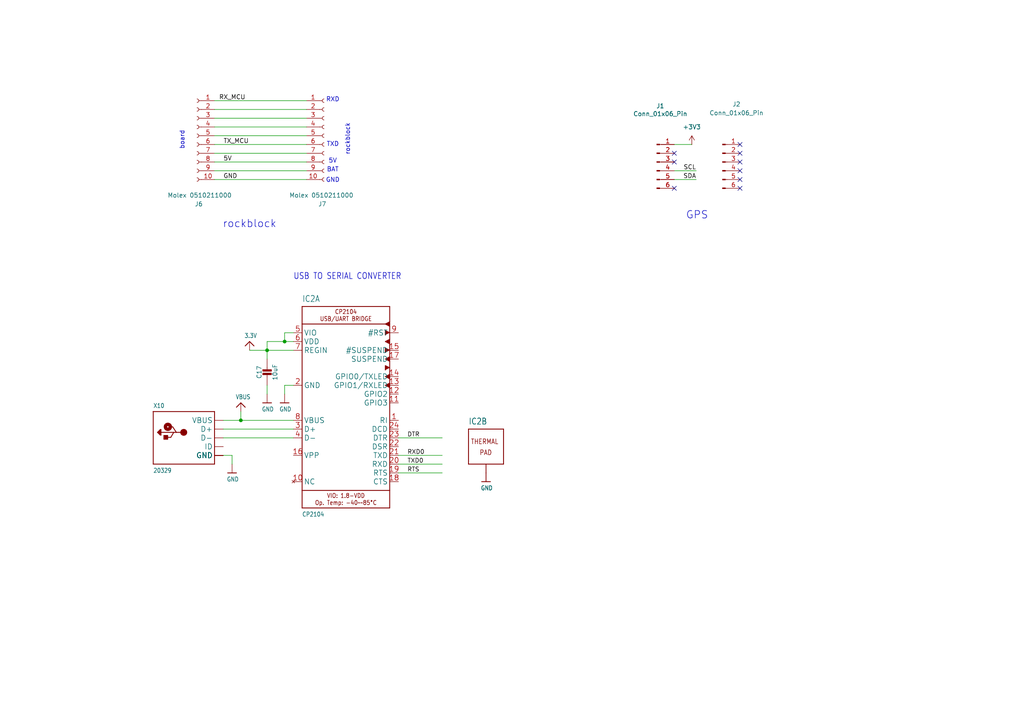
<source format=kicad_sch>
(kicad_sch (version 20250114) (generator "eeschema") (generator_version "9.0")
  (paper "A4")
  (lib_symbols
    (symbol "Adafruit HUZZAH32 ESP32 Feather-eagle-import:3.3V" (power)
      (symbol "3.3V_1_0"
        (polyline (pts (xy -1.27 -1.27) (xy 0 0)) (stroke (width 0.254)))
        (polyline (pts (xy 0 0) (xy 1.27 -1.27)) (stroke (width 0.254)))
        (pin power_in line (at 0 -2.54 90) (length 2.54) (name "3.3V") (number "1"))
      )
    )
    (symbol "Adafruit HUZZAH32 ESP32 Feather-eagle-import:CAP_CERAMIC0805-NOOUTLINE"
      (property "Reference" "C" (at -2.29 1.25 90))
      (symbol "CAP_CERAMIC0805-NOOUTLINE_1_0"
        (rectangle (start -1.27 1.524) (end 1.27 2.032) (fill (type outline)))
        (rectangle (start -1.27 0.508) (end 1.27 1.016) (fill (type outline)))
        (polyline (pts (xy 0 2.54) (xy 0 1.778)) (stroke (width 0.1524)))
        (polyline (pts (xy 0 0.762) (xy 0 0)) (stroke (width 0.1524)))
        (pin passive line (at 0 5.08 270) (length 2.54) (name "1") (number "1"))
        (pin passive line (at 0 -2.54 90) (length 2.54) (name "2") (number "2"))
      )
    )
    (symbol "Adafruit HUZZAH32 ESP32 Feather-eagle-import:CP2104"
      (property "Reference" "U" (at -5.08 6.35 0))
      (symbol "CP2104_1_0"
        (polyline (pts (xy -12.7 27.94) (xy 12.7 27.94)) (stroke (width 0.254)))
        (polyline (pts (xy -12.7 22.86) (xy -12.7 27.94)) (stroke (width 0.254)))
        (polyline (pts (xy -12.7 22.86) (xy 12.7 22.86)) (stroke (width 0.254)))
        (polyline (pts (xy -12.7 -25.4) (xy -12.7 22.86)) (stroke (width 0.254)))
        (polyline (pts (xy -12.7 -25.4) (xy -12.7 -30.48)) (stroke (width 0.254)))
        (polyline (pts (xy -12.7 -30.48) (xy 12.7 -30.48)) (stroke (width 0.254)))
        (polyline (pts (xy 11.43 19.685) (xy 11.43 20.955) (xy 12.7 20.32)) (stroke (width 0.254)) (fill (type outline)))
        (polyline (pts (xy 11.43 14.605) (xy 11.43 15.875) (xy 12.7 15.24)) (stroke (width 0.254)) (fill (type outline)))
        (polyline (pts (xy 11.43 9.525) (xy 11.43 10.795) (xy 12.7 10.16)) (stroke (width 0.254)) (fill (type outline)))
        (polyline (pts (xy 12.7 27.94) (xy 12.7 22.86)) (stroke (width 0.254)))
        (polyline (pts (xy 12.7 22.86) (xy 12.7 -25.4)) (stroke (width 0.254)))
        (polyline (pts (xy 12.7 22.225) (xy 11.43 22.86) (xy 12.7 23.495)) (stroke (width 0.254)) (fill (type outline)))
        (polyline (pts (xy 12.7 17.145) (xy 11.43 17.78) (xy 12.7 18.415)) (stroke (width 0.254)) (fill (type outline)))
        (polyline (pts (xy 12.7 12.065) (xy 11.43 12.7) (xy 12.7 13.335)) (stroke (width 0.254)) (fill (type outline)))
        (polyline (pts (xy 12.7 6.985) (xy 11.43 7.62) (xy 12.7 8.255)) (stroke (width 0.254)) (fill (type outline)))
        (polyline (pts (xy 12.7 4.445) (xy 11.43 5.08) (xy 12.7 5.715)) (stroke (width 0.254)) (fill (type outline)))
        (polyline (pts (xy 12.7 -25.4) (xy -12.7 -25.4)) (stroke (width 0.254)))
        (polyline (pts (xy 12.7 -30.48) (xy 12.7 -25.4)) (stroke (width 0.254)))
        (text "CP2104\nUSB/UART BRIDGE" (at 0 25.4 0) (effects (font (size 1.27 1.0795))))
        (text "VIO: 1.8-VDD\nOp. Temp: -40~~85°C" (at 0 -27.94 0) (effects (font (size 1.27 1.0795))))
        (pin power_in line (at -15.24 20.32 0) (length 2.54) (name "VIO") (number "5"))
        (pin power_in line (at -15.24 17.78 0) (length 2.54) (name "VDD") (number "6"))
        (pin power_in line (at -15.24 15.24 0) (length 2.54) (name "REGIN") (number "7"))
        (pin power_in line (at -15.24 5.08 0) (length 2.54) (name "GND") (number "2"))
        (pin power_in line (at -15.24 -5.08 0) (length 2.54) (name "VBUS") (number "8"))
        (pin bidirectional line (at -15.24 -7.62 0) (length 2.54) (name "D+") (number "3"))
        (pin bidirectional line (at -15.24 -10.16 0) (length 2.54) (name "D-") (number "4"))
        (pin bidirectional line (at -15.24 -15.24 0) (length 2.54) (name "VPP") (number "16"))
        (pin no_connect line (at -15.24 -22.86 0) (length 2.54) (name "NC") (number "10"))
        (pin bidirectional line (at 15.24 20.32 180) (length 2.54) (name "#RST") (number "9"))
        (pin output line (at 15.24 15.24 180) (length 2.54) (name "#SUSPEND") (number "15"))
        (pin output line (at 15.24 12.7 180) (length 2.54) (name "SUSPEND") (number "17"))
        (pin bidirectional line (at 15.24 7.62 180) (length 2.54) (name "GPIO0/TXLED") (number "14"))
        (pin bidirectional line (at 15.24 5.08 180) (length 2.54) (name "GPIO1/RXLED") (number "13"))
        (pin bidirectional line (at 15.24 2.54 180) (length 2.54) (name "GPIO2") (number "12"))
        (pin bidirectional line (at 15.24 0 180) (length 2.54) (name "GPIO3") (number "11"))
        (pin input line (at 15.24 -5.08 180) (length 2.54) (name "RI") (number "1"))
        (pin input line (at 15.24 -7.62 180) (length 2.54) (name "DCD") (number "24"))
        (pin output line (at 15.24 -10.16 180) (length 2.54) (name "DTR") (number "23"))
        (pin input line (at 15.24 -12.7 180) (length 2.54) (name "DSR") (number "22"))
        (pin output line (at 15.24 -15.24 180) (length 2.54) (name "TXD") (number "21"))
        (pin input line (at 15.24 -17.78 180) (length 2.54) (name "RXD") (number "20"))
        (pin output line (at 15.24 -20.32 180) (length 2.54) (name "RTS") (number "19"))
        (pin input line (at 15.24 -22.86 180) (length 2.54) (name "CTS") (number "18"))
      )
      (symbol "CP2104_2_0"
        (polyline (pts (xy -5.08 5.08) (xy 5.08 5.08)) (stroke (width 0.254)))
        (polyline (pts (xy -5.08 -5.08) (xy -5.08 5.08)) (stroke (width 0.254)))
        (polyline (pts (xy 5.08 5.08) (xy 5.08 -5.08)) (stroke (width 0.254)))
        (polyline (pts (xy 5.08 -5.08) (xy -5.08 -5.08)) (stroke (width 0.254)))
        (text "THERMAL" (at -4.445 0.635 0) (effects (font (size 1.4224 1.209)) (justify left bottom)))
        (text "PAD" (at -1.905 -2.54 0) (effects (font (size 1.4224 1.209)) (justify left bottom)))
        (pin power_in line (at 0 -7.62 90) (length 2.54) (name "TP") (number "THERM"))
      )
    )
    (symbol "Adafruit HUZZAH32 ESP32 Feather-eagle-import:GND" (power)
      (symbol "GND_1_0"
        (polyline (pts (xy -1.27 0) (xy 1.27 0)) (stroke (width 0.254)))
        (pin power_in line (at 0 2.54 270) (length 2.54) (name "GND") (number "1"))
      )
    )
    (symbol "Adafruit HUZZAH32 ESP32 Feather-eagle-import:USB_MICRO_20329_V2"
      (property "Reference" "X" (at -10.16 8.636 0))
      (symbol "USB_MICRO_20329_V2_1_0"
        (polyline (pts (xy -10.2 7.62) (xy -10.16 7.62)) (stroke (width 0.254)))
        (polyline (pts (xy -10.16 7.62) (xy -10.16 -7.62)) (stroke (width 0.254)))
        (polyline (pts (xy -10.16 7.62) (xy 7.62 7.62)) (stroke (width 0.254)))
        (polyline (pts (xy -10.16 -7.62) (xy 7.62 -7.62)) (stroke (width 0.254)))
        (polyline (pts (xy -8.92 1.6) (xy -8.12 2.4)) (stroke (width 0.254)))
        (polyline (pts (xy -8.52 1.6) (xy -8.52 1.4)) (stroke (width 0.254)))
        (polyline (pts (xy -8.52 1.4) (xy -8.32 1.2)) (stroke (width 0.254)))
        (polyline (pts (xy -8.32 2) (xy -8.72 1.6)) (stroke (width 0.254)))
        (polyline (pts (xy -8.32 1.2) (xy -8.32 2)) (stroke (width 0.254)))
        (polyline (pts (xy -8.12 2.4) (xy -7.92 2.4)) (stroke (width 0.254)))
        (polyline (pts (xy -8.12 1) (xy -8.12 2.4)) (stroke (width 0.254)))
        (polyline (pts (xy -8.12 0.8) (xy -8.92 1.6)) (stroke (width 0.254)))
        (polyline (pts (xy -7.92 2.4) (xy -7.92 1.6)) (stroke (width 0.254)))
        (polyline (pts (xy -7.92 1.6) (xy -7.92 0.8)) (stroke (width 0.254)))
        (polyline (pts (xy -7.92 0.8) (xy -8.12 0.8)) (stroke (width 0.254)))
        (rectangle (start -7.12 -0.45) (end -5.92 0.75) (fill (type outline)))
        (polyline (pts (xy -6.27 0.15) (xy -5.07 0.15)) (stroke (width 0.254)))
        (circle (center -5.92 3.2) (radius 0.2) (stroke (width 1)))
        (polyline (pts (xy -5.52 3.2) (xy -4.52 3.2)) (stroke (width 0.254)))
        (polyline (pts (xy -5.07 0.15) (xy -4.22 1.6)) (stroke (width 0.254)))
        (polyline (pts (xy -4.52 3.2) (xy -3.47 1.6)) (stroke (width 0.254)))
        (polyline (pts (xy -4.22 1.6) (xy -7.92 1.6)) (stroke (width 0.254)))
        (polyline (pts (xy -3.47 1.6) (xy -4.22 1.6)) (stroke (width 0.254)))
        (circle (center -1.32 1.6) (radius 0.5) (stroke (width 1)))
        (polyline (pts (xy -1.32 1.6) (xy -3.47 1.6)) (stroke (width 0.254)))
        (polyline (pts (xy 7.62 7.62) (xy 7.62 -7.62)) (stroke (width 0.254)))
        (pin power_in line (at 10.16 5.08 180) (length 2.54) (name "VBUS") (number "VBUS"))
        (pin bidirectional line (at 10.16 2.54 180) (length 2.54) (name "D+") (number "D+"))
        (pin bidirectional line (at 10.16 0 180) (length 2.54) (name "D-") (number "D-"))
        (pin bidirectional line (at 10.16 -2.54 180) (length 2.54) (name "ID") (number "ID"))
        (pin power_in line (at 10.16 -5.08 180) (length 2.54) (name "GND") (number "BASE@1"))
        (pin power_in line (at 10.16 -5.08 180) (length 2.54) (name "GND") (number "BASE@2"))
        (pin power_in line (at 10.16 -5.08 180) (length 2.54) (name "GND") (number "GND"))
        (pin power_in line (at 10.16 -5.08 180) (length 2.54) (name "GND") (number "SPRT@1"))
        (pin power_in line (at 10.16 -5.08 180) (length 2.54) (name "GND") (number "SPRT@2"))
        (pin power_in line (at 10.16 -5.08 180) (length 2.54) (name "GND") (number "SPRT@3"))
        (pin power_in line (at 10.16 -5.08 180) (length 2.54) (name "GND") (number "SPRT@4"))
      )
    )
    (symbol "Adafruit HUZZAH32 ESP32 Feather-eagle-import:VBUS" (power)
      (symbol "VBUS_1_0"
        (polyline (pts (xy -1.27 -1.27) (xy 0 0)) (stroke (width 0.254)))
        (polyline (pts (xy 0 0) (xy 1.27 -1.27)) (stroke (width 0.254)))
        (pin power_in line (at 0 -2.54 90) (length 2.54) (name "VBUS") (number "1"))
      )
    )
    (symbol "Connector:Conn_01x06_Pin" (pin_names (offset 1.016) (hide yes))
      (property "Reference" "J" (at 0 7.62 0))
      (property "Value" "Conn_01x06_Pin" (at 0 -10.16 0))
      (symbol "Conn_01x06_Pin_1_1"
        (rectangle (start 0.8636 5.207) (end 0 4.953) (stroke (width 0.1524)) (fill (type outline)))
        (rectangle (start 0.8636 2.667) (end 0 2.413) (stroke (width 0.1524)) (fill (type outline)))
        (rectangle (start 0.8636 0.127) (end 0 -0.127) (stroke (width 0.1524)) (fill (type outline)))
        (rectangle (start 0.8636 -2.413) (end 0 -2.667) (stroke (width 0.1524)) (fill (type outline)))
        (rectangle (start 0.8636 -4.953) (end 0 -5.207) (stroke (width 0.1524)) (fill (type outline)))
        (rectangle (start 0.8636 -7.493) (end 0 -7.747) (stroke (width 0.1524)) (fill (type outline)))
        (polyline (pts (xy 1.27 5.08) (xy 0.8636 5.08)) (stroke (width 0.1524)))
        (polyline (pts (xy 1.27 2.54) (xy 0.8636 2.54)) (stroke (width 0.1524)))
        (polyline (pts (xy 1.27 0) (xy 0.8636 0)) (stroke (width 0.1524)))
        (polyline (pts (xy 1.27 -2.54) (xy 0.8636 -2.54)) (stroke (width 0.1524)))
        (polyline (pts (xy 1.27 -5.08) (xy 0.8636 -5.08)) (stroke (width 0.1524)))
        (polyline (pts (xy 1.27 -7.62) (xy 0.8636 -7.62)) (stroke (width 0.1524)))
        (pin passive line (at 5.08 5.08 180) (length 3.81) (name "Pin_1") (number "1"))
        (pin passive line (at 5.08 2.54 180) (length 3.81) (name "Pin_2") (number "2"))
        (pin passive line (at 5.08 0 180) (length 3.81) (name "Pin_3") (number "3"))
        (pin passive line (at 5.08 -2.54 180) (length 3.81) (name "Pin_4") (number "4"))
        (pin passive line (at 5.08 -5.08 180) (length 3.81) (name "Pin_5") (number "5"))
        (pin passive line (at 5.08 -7.62 180) (length 3.81) (name "Pin_6") (number "6"))
      )
    )
    (symbol "Connector:Conn_01x10_Socket" (pin_names (offset 1.016) (hide yes))
      (property "Reference" "J" (at 0 12.7 0))
      (property "Value" "Conn_01x10_Socket" (at 0 -15.24 0))
      (symbol "Conn_01x10_Socket_1_1"
        (polyline (pts (xy -1.27 10.16) (xy -0.508 10.16)) (stroke (width 0.1524)))
        (polyline (pts (xy -1.27 7.62) (xy -0.508 7.62)) (stroke (width 0.1524)))
        (polyline (pts (xy -1.27 5.08) (xy -0.508 5.08)) (stroke (width 0.1524)))
        (polyline (pts (xy -1.27 2.54) (xy -0.508 2.54)) (stroke (width 0.1524)))
        (polyline (pts (xy -1.27 0) (xy -0.508 0)) (stroke (width 0.1524)))
        (polyline (pts (xy -1.27 -2.54) (xy -0.508 -2.54)) (stroke (width 0.1524)))
        (polyline (pts (xy -1.27 -5.08) (xy -0.508 -5.08)) (stroke (width 0.1524)))
        (polyline (pts (xy -1.27 -7.62) (xy -0.508 -7.62)) (stroke (width 0.1524)))
        (polyline (pts (xy -1.27 -10.16) (xy -0.508 -10.16)) (stroke (width 0.1524)))
        (polyline (pts (xy -1.27 -12.7) (xy -0.508 -12.7)) (stroke (width 0.1524)))
        (arc (start 0 9.652) (mid -0.5058 10.16) (end 0 10.668) (stroke (width 0.1524)))
        (arc (start 0 7.112) (mid -0.5058 7.62) (end 0 8.128) (stroke (width 0.1524)))
        (arc (start 0 4.572) (mid -0.5058 5.08) (end 0 5.588) (stroke (width 0.1524)))
        (arc (start 0 2.032) (mid -0.5058 2.54) (end 0 3.048) (stroke (width 0.1524)))
        (arc (start 0 -0.508) (mid -0.5058 0) (end 0 0.508) (stroke (width 0.1524)))
        (arc (start 0 -3.048) (mid -0.5058 -2.54) (end 0 -2.032) (stroke (width 0.1524)))
        (arc (start 0 -5.588) (mid -0.5058 -5.08) (end 0 -4.572) (stroke (width 0.1524)))
        (arc (start 0 -8.128) (mid -0.5058 -7.62) (end 0 -7.112) (stroke (width 0.1524)))
        (arc (start 0 -10.668) (mid -0.5058 -10.16) (end 0 -9.652) (stroke (width 0.1524)))
        (arc (start 0 -13.208) (mid -0.5058 -12.7) (end 0 -12.192) (stroke (width 0.1524)))
        (pin passive line (at -5.08 10.16 0) (length 3.81) (name "Pin_1") (number "1"))
        (pin passive line (at -5.08 7.62 0) (length 3.81) (name "Pin_2") (number "2"))
        (pin passive line (at -5.08 5.08 0) (length 3.81) (name "Pin_3") (number "3"))
        (pin passive line (at -5.08 2.54 0) (length 3.81) (name "Pin_4") (number "4"))
        (pin passive line (at -5.08 0 0) (length 3.81) (name "Pin_5") (number "5"))
        (pin passive line (at -5.08 -2.54 0) (length 3.81) (name "Pin_6") (number "6"))
        (pin passive line (at -5.08 -5.08 0) (length 3.81) (name "Pin_7") (number "7"))
        (pin passive line (at -5.08 -7.62 0) (length 3.81) (name "Pin_8") (number "8"))
        (pin passive line (at -5.08 -10.16 0) (length 3.81) (name "Pin_9") (number "9"))
        (pin passive line (at -5.08 -12.7 0) (length 3.81) (name "Pin_10") (number "10"))
      )
    )
    (symbol "externalLibrary:+3V3" (power) (pin_numbers (hide yes)) (pin_names (offset 0) (hide yes))
      (property "Value" "+3V3" (at 0 3.556 0))
      (symbol "+3V3_0_1"
        (polyline (pts (xy -0.762 1.27) (xy 0 2.54)))
        (polyline (pts (xy 0 2.54) (xy 0.762 1.27)))
        (polyline (pts (xy 0 0) (xy 0 2.54)))
      )
      (symbol "+3V3_1_1"
        (pin power_in line (at 0 0 90) (length 0) (name "~") (number "1"))
      )
    )
  )
  (text "GPS" (at 202.184 62.484 0) (effects (font (size 2.159 2.159))))
  (text "BAT" (at 96.52 49.276 0) (effects (font (size 1.27 1.27) (thickness 0.1588))))
  (text "board" (at 52.832 40.64 90) (effects (font (size 1.27 1.27) (thickness 0.1588))))
  (text "GND\n" (at 96.52 52.324 0) (effects (font (size 1.27 1.27) (thickness 0.1588))))
  (text "RXD" (at 96.52 28.956 0) (effects (font (size 1.27 1.27) (thickness 0.1588))))
  (text "5V" (at 96.52 46.736 0) (effects (font (size 1.27 1.27) (thickness 0.1588))))
  (text "rockblock" (at 72.39 65.024 0) (effects (font (size 2.159 2.159))))
  (text "rockblock" (at 100.838 40.386 90) (effects (font (size 1.27 1.27) (thickness 0.1588))))
  (text "TXD" (at 96.52 41.91 0) (effects (font (size 1.27 1.27) (thickness 0.1588))))
  (text "USB TO SERIAL CONVERTER" (at 85.09 81.28 0) (effects (font (size 1.778 1.5113)) (justify left bottom)))
  (junction (at 82.55 99.06))
  (junction (at 69.85 121.92))
  (junction (at 77.47 101.6))
  (no_connect (at 214.63 44.45))
  (no_connect (at 195.58 46.99))
  (no_connect (at 195.58 44.45))
  (no_connect (at 214.63 49.53))
  (no_connect (at 214.63 54.61))
  (no_connect (at 214.63 46.99))
  (no_connect (at 214.63 52.07))
  (no_connect (at 214.63 41.91))
  (no_connect (at 195.58 54.61))
  (wire (pts (xy 128.27 134.62) (xy 115.57 134.62)) (stroke (width 0.1524)))
  (wire (pts (xy 82.55 99.06) (xy 77.47 99.06)) (stroke (width 0.1524)))
  (wire (pts (xy 201.93 49.53) (xy 195.58 49.53)))
  (wire (pts (xy 77.47 111.76) (xy 77.47 114.3)) (stroke (width 0.1524)))
  (wire (pts (xy 67.31 132.08) (xy 67.31 134.62)) (stroke (width 0.1524)))
  (wire (pts (xy 62.23 34.29) (xy 88.9 34.29)))
  (wire (pts (xy 62.23 52.07) (xy 88.9 52.07)))
  (wire (pts (xy 64.77 121.92) (xy 69.85 121.92)) (stroke (width 0.1524)))
  (wire (pts (xy 62.23 44.45) (xy 88.9 44.45)))
  (wire (pts (xy 62.23 46.99) (xy 88.9 46.99)))
  (wire (pts (xy 82.55 111.76) (xy 82.55 114.3)) (stroke (width 0.1524)))
  (wire (pts (xy 62.23 39.37) (xy 88.9 39.37)))
  (wire (pts (xy 85.09 101.6) (xy 77.47 101.6)) (stroke (width 0.1524)))
  (wire (pts (xy 62.23 31.75) (xy 88.9 31.75)))
  (wire (pts (xy 69.85 121.92) (xy 85.09 121.92)) (stroke (width 0.1524)))
  (wire (pts (xy 201.93 52.07) (xy 195.58 52.07)))
  (wire (pts (xy 85.09 99.06) (xy 82.55 99.06)) (stroke (width 0.1524)))
  (wire (pts (xy 77.47 99.06) (xy 77.47 101.6)) (stroke (width 0.1524)))
  (wire (pts (xy 62.23 29.21) (xy 88.9 29.21)))
  (wire (pts (xy 77.47 101.6) (xy 77.47 104.14)) (stroke (width 0.1524)))
  (wire (pts (xy 64.77 132.08) (xy 67.31 132.08)) (stroke (width 0.1524)))
  (wire (pts (xy 200.66 41.91) (xy 195.58 41.91)))
  (wire (pts (xy 85.09 111.76) (xy 82.55 111.76)) (stroke (width 0.1524)))
  (wire (pts (xy 115.57 132.08) (xy 128.27 132.08)) (stroke (width 0.1524)))
  (wire (pts (xy 115.57 127) (xy 128.27 127)) (stroke (width 0.1524)))
  (wire (pts (xy 62.23 41.91) (xy 88.9 41.91)))
  (wire (pts (xy 128.27 137.16) (xy 115.57 137.16)) (stroke (width 0.1524)))
  (wire (pts (xy 85.09 96.52) (xy 82.55 96.52)) (stroke (width 0.1524)))
  (wire (pts (xy 64.77 124.46) (xy 85.09 124.46)) (stroke (width 0.1524)))
  (wire (pts (xy 69.85 121.92) (xy 69.85 119.38)) (stroke (width 0.1524)))
  (wire (pts (xy 82.55 96.52) (xy 82.55 99.06)) (stroke (width 0.1524)))
  (wire (pts (xy 62.23 49.53) (xy 88.9 49.53)))
  (wire (pts (xy 62.23 36.83) (xy 88.9 36.83)))
  (wire (pts (xy 64.77 127) (xy 85.09 127)) (stroke (width 0.1524)))
  (wire (pts (xy 77.47 101.6) (xy 72.39 101.6)) (stroke (width 0.1524)))
  (label "RTS" (at 118.11 137.16 0) (effects (font (size 1.2446 1.2446))))
  (label "GND" (at 64.77 52.07 0) (effects (font (thickness 0.1588))))
  (label "SDA" (at 201.93 52.07 180))
  (label "TXD0" (at 118.11 134.62 0) (effects (font (size 1.2446 1.2446))))
  (label "RXD0" (at 118.11 132.08 0) (effects (font (size 1.2446 1.2446))))
  (label "TX_MCU" (at 64.77 41.91 0) (effects (font (thickness 0.1588))))
  (label "5V" (at 64.77 46.99 0) (effects (font (thickness 0.1588))))
  (label "DTR" (at 118.11 127 0) (effects (font (size 1.2446 1.2446))))
  (label "RX_MCU" (at 63.5 29.21 0) (effects (font (thickness 0.1588))))
  (label "SCL" (at 201.93 49.53 180))
  (symbol (lib_id "Adafruit HUZZAH32 ESP32 Feather-eagle-import:CP2104") (at 140.97 129.54 0) (unit 2)
    (property "Reference" "IC2" (at 135.89 123.19 0) (effects (font (size 1.778 1.5113)) (justify left bottom)))
    (property "Value" "CP2104" (effects (hide yes)))
    (property "Footprint" "ballin footprint library:CP2104" (effects (hide yes)))
    (property "Datasheet" "https://www.silabs.com/documents/public/data-sheets/cp2104.pdf" (effects (hide yes)))
  )
  (symbol (lib_id "Connector:Conn_01x06_Pin") (at 190.5 46.99 0) (unit 1)
    (property "Reference" "J1" (at 191.516 30.734 0))
    (property "Value" "Conn_01x06_Pin" (at 191.516 33.02 0))
    (property "Description" "Generic connector, single row, 01x06, script generated" (effects (hide yes)))
  )
  (symbol (lib_id "externalLibrary:+3V3") (at 200.66 41.91 0) (unit 1)
    (property "Reference" "#PWR07" (effects (hide yes)))
    (property "Value" "+3V3" (at 200.66 36.83 0))
    (property "Description" "Power symbol creates a global label with name \"+3V3\"" (effects (hide yes)))
  )
  (symbol (lib_id "Adafruit HUZZAH32 ESP32 Feather-eagle-import:CP2104") (at 100.33 116.84 0) (unit 1)
    (property "Reference" "IC2" (at 87.63 87.63 0) (effects (font (size 1.778 1.5113)) (justify left bottom)))
    (property "Value" "CP2104" (at 87.63 149.86 0) (effects (font (size 1.27 1.0795)) (justify left bottom)))
    (property "Footprint" "ballin footprint library:CP2104" (effects (hide yes)))
    (property "Datasheet" "https://www.silabs.com/documents/public/data-sheets/cp2104.pdf" (effects (hide yes)))
  )
  (symbol (lib_id "Connector:Conn_01x10_Socket") (at 57.15 39.37 0) (mirror y) (unit 1)
    (property "Reference" "J6" (at 57.658 59.182 0))
    (property "Value" "Molex 0510211000" (at 57.912 56.642 0))
    (property "Footprint" "Connector_Molex:Molex_CLIK-Mate_502382-0970_1x09-1MP_P1.25mm_Vertical" (effects (hide yes)))
    (property "Description" "Molex 0510211000" (effects (hide yes)))
  )
  (symbol (lib_id "Adafruit HUZZAH32 ESP32 Feather-eagle-import:GND") (at 67.31 137.16 0) (unit 1)
    (property "Reference" "#U$087" (effects (hide yes)))
    (property "Value" "GND" (at 65.786 139.7 0) (effects (font (size 1.27 1.0795)) (justify left bottom)))
  )
  (symbol (lib_id "Connector:Conn_01x06_Pin") (at 209.55 46.99 0) (unit 1)
    (property "Reference" "J2" (at 213.614 30.226 0))
    (property "Value" "Conn_01x06_Pin" (at 213.614 32.766 0))
    (property "Description" "Generic connector, single row, 01x06, script generated" (effects (hide yes)))
  )
  (symbol (lib_id "Connector:Conn_01x10_Socket") (at 93.98 39.37 0) (unit 1)
    (property "Reference" "J7" (at 93.472 59.182 0))
    (property "Value" "Molex 0510211000" (at 93.218 56.642 0))
    (property "Footprint" "Connector_Molex:Molex_CLIK-Mate_502382-0970_1x09-1MP_P1.25mm_Vertical" (effects (hide yes)))
    (property "Description" "Molex 0510211000" (effects (hide yes)))
  )
  (symbol (lib_id "Adafruit HUZZAH32 ESP32 Feather-eagle-import:CAP_CERAMIC0805-NOOUTLINE") (at 77.47 109.22 0) (unit 1)
    (property "Reference" "C17" (at 75.18 107.97 90))
    (property "Value" "10uF" (at 79.77 107.97 90))
    (property "Footprint" "Capacitor_SMD:C_0603_1608Metric" (effects (hide yes)))
  )
  (symbol (lib_id "Adafruit HUZZAH32 ESP32 Feather-eagle-import:VBUS") (at 69.85 116.84 0) (unit 1)
    (property "Reference" "#U$18" (effects (hide yes)))
    (property "Value" "VBUS" (at 68.326 115.824 0) (effects (font (size 1.27 1.0795)) (justify left bottom)))
  )
  (symbol (lib_id "Adafruit HUZZAH32 ESP32 Feather-eagle-import:3.3V") (at 72.39 99.06 0) (unit 1)
    (property "Reference" "#U$088" (effects (hide yes)))
    (property "Value" "3.3V" (at 70.866 98.044 0) (effects (font (size 1.27 1.0795)) (justify left bottom)))
  )
  (symbol (lib_id "Adafruit HUZZAH32 ESP32 Feather-eagle-import:GND") (at 77.47 116.84 0) (unit 1)
    (property "Reference" "#U$089" (effects (hide yes)))
    (property "Value" "GND" (at 75.946 119.38 0) (effects (font (size 1.27 1.0795)) (justify left bottom)))
  )
  (symbol (lib_id "Adafruit HUZZAH32 ESP32 Feather-eagle-import:GND") (at 82.55 116.84 0) (unit 1)
    (property "Reference" "#U$12" (effects (hide yes)))
    (property "Value" "GND" (at 81.026 119.38 0) (effects (font (size 1.27 1.0795)) (justify left bottom)))
  )
  (symbol (lib_id "Adafruit HUZZAH32 ESP32 Feather-eagle-import:USB_MICRO_20329_V2") (at 54.61 127 0) (unit 1)
    (property "Reference" "X10" (at 44.45 118.364 0) (effects (font (size 1.27 1.0795)) (justify left bottom)))
    (property "Value" "20329" (at 44.45 137.16 0) (effects (font (size 1.27 1.0795)) (justify left bottom)))
    (property "Footprint" "Adafruit HUZZAH32 ESP32 Feather:4UCONN_20329_V2" (effects (hide yes)))
  )
  (symbol (lib_id "Adafruit HUZZAH32 ESP32 Feather-eagle-import:GND") (at 140.97 139.7 0) (unit 1)
    (property "Reference" "#U$1" (effects (hide yes)))
    (property "Value" "GND" (at 139.446 142.24 0) (effects (font (size 1.27 1.0795)) (justify left bottom)))
  )
)
</source>
